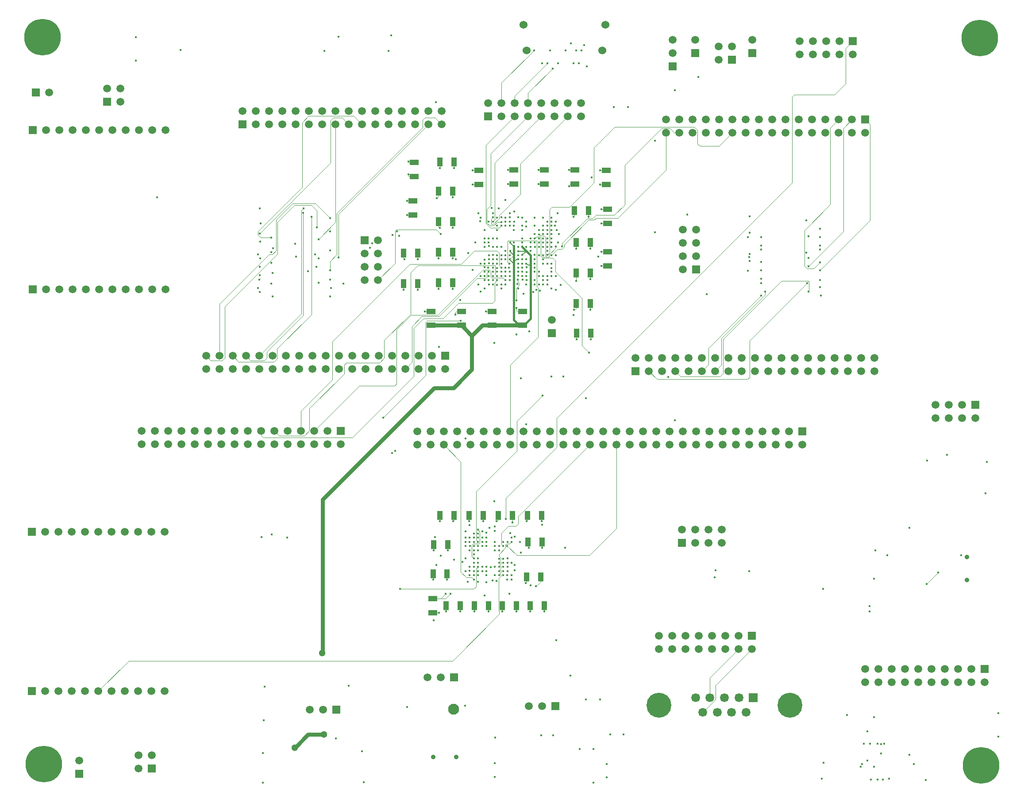
<source format=gbl>
%FSLAX44Y44*%
%MOMM*%
G71*
G01*
G75*
G04 Layer_Physical_Order=8*
G04 Layer_Color=16711680*
G04:AMPARAMS|DCode=10|XSize=3.5mm|YSize=2.05mm|CornerRadius=0.5125mm|HoleSize=0mm|Usage=FLASHONLY|Rotation=0.000|XOffset=0mm|YOffset=0mm|HoleType=Round|Shape=RoundedRectangle|*
%AMROUNDEDRECTD10*
21,1,3.5000,1.0250,0,0,0.0*
21,1,2.4750,2.0500,0,0,0.0*
1,1,1.0250,1.2375,-0.5125*
1,1,1.0250,-1.2375,-0.5125*
1,1,1.0250,-1.2375,0.5125*
1,1,1.0250,1.2375,0.5125*
%
%ADD10ROUNDEDRECTD10*%
G04:AMPARAMS|DCode=11|XSize=4mm|YSize=2.05mm|CornerRadius=0.5125mm|HoleSize=0mm|Usage=FLASHONLY|Rotation=0.000|XOffset=0mm|YOffset=0mm|HoleType=Round|Shape=RoundedRectangle|*
%AMROUNDEDRECTD11*
21,1,4.0000,1.0250,0,0,0.0*
21,1,2.9750,2.0500,0,0,0.0*
1,1,1.0250,1.4875,-0.5125*
1,1,1.0250,-1.4875,-0.5125*
1,1,1.0250,-1.4875,0.5125*
1,1,1.0250,1.4875,0.5125*
%
%ADD11ROUNDEDRECTD11*%
G04:AMPARAMS|DCode=12|XSize=3.5mm|YSize=2.05mm|CornerRadius=0.5125mm|HoleSize=0mm|Usage=FLASHONLY|Rotation=0.000|XOffset=0mm|YOffset=0mm|HoleType=Round|Shape=RoundedRectangle|*
%AMROUNDEDRECTD12*
21,1,3.5000,1.0250,0,0,0.0*
21,1,2.4750,2.0500,0,0,0.0*
1,1,1.0250,1.2375,-0.5125*
1,1,1.0250,-1.2375,-0.5125*
1,1,1.0250,-1.2375,0.5125*
1,1,1.0250,1.2375,0.5125*
%
%ADD12ROUNDEDRECTD12*%
G04:AMPARAMS|DCode=13|XSize=2.8mm|YSize=0.5mm|CornerRadius=0.125mm|HoleSize=0mm|Usage=FLASHONLY|Rotation=0.000|XOffset=0mm|YOffset=0mm|HoleType=Round|Shape=RoundedRectangle|*
%AMROUNDEDRECTD13*
21,1,2.8000,0.2500,0,0,0.0*
21,1,2.5500,0.5000,0,0,0.0*
1,1,0.2500,1.2750,-0.1250*
1,1,0.2500,-1.2750,-0.1250*
1,1,0.2500,-1.2750,0.1250*
1,1,0.2500,1.2750,0.1250*
%
%ADD13ROUNDEDRECTD13*%
%ADD14R,1.0000X0.7000*%
%ADD15R,0.8500X0.7000*%
%ADD16R,2.1000X1.4000*%
%ADD17R,1.1000X1.7000*%
%ADD18O,1.6000X0.5500*%
%ADD19R,1.1000X2.6000*%
%ADD20R,1.1000X0.6000*%
%ADD21O,0.4500X1.8000*%
%ADD22R,1.0000X2.1500*%
%ADD23R,3.2500X2.1500*%
%ADD24R,2.6000X1.2000*%
%ADD25R,1.2000X2.6000*%
%ADD26R,1.7000X1.1000*%
%ADD27R,0.9500X1.7000*%
%ADD28R,1.3000X1.9000*%
%ADD29C,0.4500*%
%ADD30R,2.6000X1.1000*%
%ADD31R,0.3000X1.9000*%
%ADD32C,0.3600*%
%ADD33R,1.0000X2.4000*%
%ADD34R,3.3000X2.4000*%
G04:AMPARAMS|DCode=35|XSize=3.5mm|YSize=2.05mm|CornerRadius=0.5125mm|HoleSize=0mm|Usage=FLASHONLY|Rotation=270.000|XOffset=0mm|YOffset=0mm|HoleType=Round|Shape=RoundedRectangle|*
%AMROUNDEDRECTD35*
21,1,3.5000,1.0250,0,0,270.0*
21,1,2.4750,2.0500,0,0,270.0*
1,1,1.0250,-0.5125,-1.2375*
1,1,1.0250,-0.5125,1.2375*
1,1,1.0250,0.5125,1.2375*
1,1,1.0250,0.5125,-1.2375*
%
%ADD35ROUNDEDRECTD35*%
G04:AMPARAMS|DCode=36|XSize=4mm|YSize=2.05mm|CornerRadius=0.5125mm|HoleSize=0mm|Usage=FLASHONLY|Rotation=270.000|XOffset=0mm|YOffset=0mm|HoleType=Round|Shape=RoundedRectangle|*
%AMROUNDEDRECTD36*
21,1,4.0000,1.0250,0,0,270.0*
21,1,2.9750,2.0500,0,0,270.0*
1,1,1.0250,-0.5125,-1.4875*
1,1,1.0250,-0.5125,1.4875*
1,1,1.0250,0.5125,1.4875*
1,1,1.0250,0.5125,-1.4875*
%
%ADD36ROUNDEDRECTD36*%
G04:AMPARAMS|DCode=37|XSize=3.5mm|YSize=2.05mm|CornerRadius=0.5125mm|HoleSize=0mm|Usage=FLASHONLY|Rotation=270.000|XOffset=0mm|YOffset=0mm|HoleType=Round|Shape=RoundedRectangle|*
%AMROUNDEDRECTD37*
21,1,3.5000,1.0250,0,0,270.0*
21,1,2.4750,2.0500,0,0,270.0*
1,1,1.0250,-0.5125,-1.2375*
1,1,1.0250,-0.5125,1.2375*
1,1,1.0250,0.5125,1.2375*
1,1,1.0250,0.5125,-1.2375*
%
%ADD37ROUNDEDRECTD37*%
G04:AMPARAMS|DCode=38|XSize=2.8mm|YSize=0.5mm|CornerRadius=0.125mm|HoleSize=0mm|Usage=FLASHONLY|Rotation=270.000|XOffset=0mm|YOffset=0mm|HoleType=Round|Shape=RoundedRectangle|*
%AMROUNDEDRECTD38*
21,1,2.8000,0.2500,0,0,270.0*
21,1,2.5500,0.5000,0,0,270.0*
1,1,0.2500,-0.1250,-1.2750*
1,1,0.2500,-0.1250,1.2750*
1,1,0.2500,0.1250,1.2750*
1,1,0.2500,0.1250,-1.2750*
%
%ADD38ROUNDEDRECTD38*%
%ADD39R,1.8000X2.0000*%
%ADD40R,3.0000X2.5000*%
%ADD41C,0.2000*%
%ADD42C,0.1000*%
%ADD43C,0.2540*%
%ADD44C,0.8000*%
%ADD45C,1.0000*%
%ADD46C,0.5000*%
%ADD47C,1.4000*%
%ADD48C,1.5000*%
%ADD49R,1.5000X1.5000*%
%ADD50C,0.9000*%
%ADD51C,4.7600*%
%ADD52R,1.6900X1.6900*%
%ADD53C,1.6900*%
%ADD54R,1.5000X1.5000*%
%ADD55C,1.5240*%
%ADD56C,0.4000*%
%ADD57C,7.0000*%
%ADD58C,1.3000*%
%ADD59C,2.1000*%
%ADD60C,1.0160*%
%ADD61C,1.4080*%
%ADD62C,1.4080*%
%ADD63C,3.7680*%
%ADD64C,1.5980*%
%ADD65C,1.8080*%
%ADD66C,0.7080*%
%ADD67C,5.5080*%
%ADD68C,2.1080*%
%ADD69C,0.4000*%
D17*
X1387420Y1123560D02*
D03*
X1414420D02*
D03*
X1321580Y1296280D02*
D03*
X1348580D02*
D03*
X1336350Y1240400D02*
D03*
X1309350D02*
D03*
X1332810Y1123560D02*
D03*
X1359810D02*
D03*
X1440760D02*
D03*
X1467760D02*
D03*
X1494100D02*
D03*
X1521100D02*
D03*
X1377460Y1296280D02*
D03*
X1404460D02*
D03*
X1433340D02*
D03*
X1460340D02*
D03*
X1489220D02*
D03*
X1516220D02*
D03*
X1489690Y1245480D02*
D03*
X1516690D02*
D03*
X1308080Y1184520D02*
D03*
X1335080D02*
D03*
X1487150Y1178170D02*
D03*
X1514150D02*
D03*
X1346010Y1916370D02*
D03*
X1319010D02*
D03*
X1346010Y1857950D02*
D03*
X1319010D02*
D03*
Y1799530D02*
D03*
X1346010D02*
D03*
X1319010Y1741110D02*
D03*
X1346010D02*
D03*
X1251700Y1739840D02*
D03*
X1278700D02*
D03*
X1251700Y1798260D02*
D03*
X1278700D02*
D03*
X1609700Y1644590D02*
D03*
X1582700D02*
D03*
X1321080Y1972250D02*
D03*
X1348080D02*
D03*
X1605890Y1879540D02*
D03*
X1578890D02*
D03*
X1581900Y1818580D02*
D03*
X1608900D02*
D03*
X1581900Y1760160D02*
D03*
X1608900D02*
D03*
X1581900Y1701740D02*
D03*
X1608900D02*
D03*
D26*
X1307610Y1137060D02*
D03*
Y1110060D02*
D03*
X1641920Y1773330D02*
D03*
Y1800330D02*
D03*
Y1881610D02*
D03*
Y1854610D02*
D03*
X1639380Y1956540D02*
D03*
Y1929540D02*
D03*
X1269810Y1898120D02*
D03*
Y1871120D02*
D03*
X1272350Y1971780D02*
D03*
Y1944780D02*
D03*
X1579690Y1930340D02*
D03*
Y1957340D02*
D03*
X1521270Y1930340D02*
D03*
Y1957340D02*
D03*
X1462850D02*
D03*
Y1930340D02*
D03*
X1395540Y1956540D02*
D03*
Y1929540D02*
D03*
X1479360Y1659830D02*
D03*
Y1686830D02*
D03*
X1420940Y1659830D02*
D03*
Y1686830D02*
D03*
X1362520D02*
D03*
Y1659830D02*
D03*
X1304100Y1686830D02*
D03*
Y1659830D02*
D03*
D41*
X1455597Y1801003D02*
Y1802096D01*
X1489700Y1775000D02*
X1494900D01*
X1486400Y1778300D02*
X1489700Y1775000D01*
X1484300Y1800200D02*
X1488700D01*
X1462600Y1811200D02*
X1463300D01*
X1455800Y1818000D02*
X1462600Y1811200D01*
X1478500Y1794400D02*
X1484300Y1800200D01*
X1454500Y1786200D02*
X1462494Y1778205D01*
X1468090Y1786590D02*
X1470880D01*
X1462600Y1781100D02*
X1468090Y1786590D01*
X1455597Y1801003D02*
X1462600Y1794000D01*
X1471300Y1801900D02*
X1487000D01*
D42*
X1546585Y1806173D02*
X1555022D01*
X1558700Y1809850D01*
Y1814651D01*
X1605361Y1861312D01*
X1555200Y1811300D02*
Y1816704D01*
X1602856Y1864360D01*
X1505000Y1161000D02*
X1506130D01*
X1514150Y1169020D01*
X1435529Y1201368D02*
X1437838Y1199060D01*
X1435352Y1185428D02*
X1437790Y1182990D01*
X1435352Y1185428D02*
Y1185556D01*
X1437838Y1188042D01*
X1435529Y1201368D02*
Y1201829D01*
X1437790Y1204090D01*
X1435380Y1209400D02*
X1437790Y1206990D01*
X1435590Y1193189D02*
X1437838Y1190942D01*
X1435590Y1193189D02*
Y1193913D01*
X1437838Y1196160D01*
X1435380Y1209400D02*
Y1209680D01*
X1437790Y1212090D01*
X1433760Y1176060D02*
X1437790Y1180090D01*
X1433760Y1114438D02*
Y1176060D01*
X1434900Y1217880D02*
X1437790Y1214990D01*
X1433760Y1114438D02*
X1434900Y1113299D01*
Y1106986D02*
Y1113299D01*
Y1217880D02*
Y1222048D01*
X1437790Y1212090D02*
Y1214990D01*
Y1204090D02*
Y1206990D01*
X1437838Y1196160D02*
Y1199060D01*
Y1188042D02*
Y1190942D01*
X1437790Y1180090D02*
Y1182990D01*
X1434900Y1222048D02*
X1446784Y1233932D01*
X1345692Y1017778D02*
X1434900Y1106986D01*
X1472997Y1737347D02*
Y1740246D01*
X1471638Y1735987D02*
X1472997Y1737347D01*
X1471638Y1735667D02*
Y1735987D01*
X1470597Y1742646D02*
X1472997Y1740246D01*
X1467668Y1731698D02*
X1471638Y1735667D01*
X1470597Y1742646D02*
Y1747397D01*
X1467668Y1708026D02*
Y1731698D01*
Y1708026D02*
X1467697Y1707997D01*
X1506982Y1733878D02*
Y1821942D01*
X1279144Y1774698D02*
X1426464D01*
X1426972Y1757426D02*
Y1774190D01*
X1426464Y1774698D02*
X1426972Y1774190D01*
X1480200Y1661160D02*
X1482344D01*
Y1659830D02*
Y1661160D01*
X1627880Y1927508D02*
X1629912Y1929540D01*
X1658620Y1271270D02*
Y1431290D01*
X1607058Y1219708D02*
X1658620Y1271270D01*
X1468120Y1219708D02*
X1607058D01*
X1450289Y1237539D02*
X1468120Y1219708D01*
X1510534Y1834134D02*
X1512062D01*
X1515364Y1830832D01*
X1521206D01*
X1523238Y1828800D01*
Y1792224D02*
Y1828800D01*
Y1792224D02*
X1524452Y1791010D01*
X1529136D01*
X1530350Y1792224D01*
Y1795018D01*
X1543304Y1807972D01*
Y1810512D01*
X1855470Y2002790D02*
X1880870Y2028190D01*
X1818640Y2002790D02*
X1855470D01*
X1813814Y2007616D02*
X1818640Y2002790D01*
X1813814Y2007616D02*
Y2033524D01*
X1808148Y2039190D02*
X1813814Y2033524D01*
X1655650Y2039190D02*
X1808148D01*
X1615948Y1999488D02*
X1655650Y2039190D01*
X1615948Y1932940D02*
Y1999488D01*
X1569466Y1886458D02*
X1615948Y1932940D01*
X1535684Y1886458D02*
X1569466D01*
X1530858Y1881632D02*
X1535684Y1886458D01*
X1530858Y1798574D02*
Y1881632D01*
X1526794Y1794510D02*
X1530858Y1798574D01*
X1212596Y1482852D02*
X1293876Y1564132D01*
Y1666240D01*
X1296416Y1668780D01*
X1361180D01*
X1426972Y1757426D02*
X1430020Y1754378D01*
X1265174Y1760728D02*
X1279144Y1774698D01*
X1265174Y1681734D02*
Y1760728D01*
X1214628Y1631188D02*
X1265174Y1681734D01*
X1214628Y1597152D02*
Y1631188D01*
X1205738Y1588262D02*
X1214628Y1597152D01*
X1141984Y1588262D02*
X1205738D01*
X1137920Y1584198D02*
X1141984Y1588262D01*
X1137920Y1566926D02*
Y1584198D01*
X1071626Y1500632D02*
X1137920Y1566926D01*
X1071626Y1458468D02*
Y1500632D01*
X1061974Y1448816D02*
X1071626Y1458468D01*
X1013714Y1448816D02*
X1061974D01*
X1004570Y1457960D02*
X1013714Y1448816D01*
X1080770Y1457960D02*
X1167130Y1544320D01*
X1234440D01*
X1238504Y1548384D01*
Y1651508D01*
X1266444Y1679448D01*
X1317244D01*
X1403604Y1765808D01*
X1416304D01*
X1418336Y1763776D01*
Y1752600D02*
Y1763776D01*
Y1752600D02*
X1420368Y1750568D01*
X1442466D01*
X1446717Y1746317D01*
X1409200Y2004830D02*
X1464310Y2059940D01*
X1409200Y1854700D02*
Y2004830D01*
Y1854700D02*
X1417320Y1846580D01*
X1434800D01*
X1438610Y1850390D01*
X1418590Y1988820D02*
X1489710Y2059940D01*
X1418590Y1889252D02*
Y1988820D01*
X1411200Y1881862D02*
X1418590Y1889252D01*
X1411200Y1855840D02*
Y1881862D01*
Y1855840D02*
X1416650Y1850390D01*
X1423670D01*
X1431036Y1857756D01*
X1438656D01*
X1489710Y2104394D02*
X1536950Y2151634D01*
X1489710Y2085340D02*
Y2104394D01*
X2026212Y1724914D02*
X2027682Y1726384D01*
Y1743456D01*
X2026412Y1744726D02*
X2027682Y1743456D01*
X1974596Y1744726D02*
X2026412D01*
X1862836Y1632966D02*
X1974596Y1744726D01*
X1862836Y1567942D02*
Y1632966D01*
X1857248Y1562354D02*
X1862836Y1567942D01*
X1781556Y1562354D02*
X1857248D01*
X1771650Y1572260D02*
X1781556Y1562354D01*
X1056188Y1879090D02*
X1060688Y1883590D01*
X1056188Y1682298D02*
Y1879090D01*
X975360Y1601470D02*
X1056188Y1682298D01*
X924560Y1601470D02*
X936244Y1589786D01*
X1003808D01*
X1009904Y1595882D01*
Y1614932D01*
X1075690Y1680718D01*
Y1867590D01*
X1083310Y1893062D02*
X1110996Y1865376D01*
X1039622Y1893062D02*
X1083310D01*
X1008126Y1861566D02*
X1039622Y1893062D01*
X1008126Y1802990D02*
Y1861566D01*
X1001162Y1796026D02*
X1008126Y1802990D01*
X994148Y1796026D02*
X1001162D01*
X899160Y1701038D02*
X994148Y1796026D01*
X899160Y1601470D02*
Y1701038D01*
X2068068Y2037588D02*
X2084070Y2053590D01*
X2068068Y1891030D02*
Y2037588D01*
X2018636Y1841597D02*
X2068068Y1891030D01*
X2018636Y1773839D02*
Y1841597D01*
Y1773839D02*
X2023618Y1768856D01*
X2036318D01*
X2048256Y1780794D01*
X1245108Y1155192D02*
X1385824D01*
X1390396Y1159764D01*
Y1193800D01*
X1394206Y1197610D01*
X1514150Y1169020D02*
Y1178170D01*
X1323242Y1137060D02*
X1332484Y1146302D01*
X1323242Y1137060D02*
X1332484D01*
X1341726Y1146302D01*
X1307610Y1137060D02*
X1323242D01*
X2097532Y2190242D02*
X2110740Y2203450D01*
X2097532Y2122678D02*
Y2190242D01*
X2076196Y2101342D02*
X2097532Y2122678D01*
X1999488Y2101342D02*
X2076196D01*
X1995170Y2097024D02*
X1999488Y2101342D01*
X1995170Y1932940D02*
Y2097024D01*
X1544320Y1482090D02*
X1995170Y1932940D01*
X1544320Y1426718D02*
Y1482090D01*
X1447038Y1329436D02*
X1544320Y1426718D01*
X1447038Y1289096D02*
Y1329436D01*
X1913890Y1630172D02*
X2024126Y1740408D01*
X1913890Y1560576D02*
Y1630172D01*
X1909826Y1556512D02*
X1913890Y1560576D01*
X1736598Y1556512D02*
X1909826D01*
X1720850Y1572260D02*
X1736598Y1556512D01*
X1438656Y1241298D02*
X1442466Y1237488D01*
X1438656Y1241298D02*
Y1262380D01*
X1452372Y1276096D01*
X1466596D01*
X1470660Y1280160D01*
Y1294130D01*
X1607820Y1431290D01*
X1455420Y1456690D02*
Y1583944D01*
X1509212Y1637736D01*
Y1731647D01*
X1506982Y1733878D02*
X1509212Y1731647D01*
X1506728Y1822196D02*
X1506982Y1821942D01*
X1452626Y1822196D02*
X1506728D01*
X1467860Y1688106D02*
Y1692926D01*
Y1688106D02*
X1469136Y1686830D01*
X1479360D01*
X1502664Y1826260D02*
X1506220Y1829816D01*
X1513332D01*
X1514348Y1828800D01*
Y1792224D02*
Y1828800D01*
Y1792224D02*
X1516380Y1790192D01*
X1520112D01*
X1521294Y1789010D01*
X1537374D01*
X1542288Y1784096D01*
Y1762760D02*
Y1784096D01*
Y1762760D02*
X1593088Y1711960D01*
Y1621282D02*
Y1711960D01*
Y1621282D02*
X1606804Y1607566D01*
X1534668Y1794256D02*
X1546585Y1806173D01*
X1605361Y1861312D02*
X1615948D01*
X1620012Y1865376D01*
X1661922D01*
X1753870Y1957324D01*
Y2028190D01*
X1770126D02*
X1779270D01*
X1761126Y2037190D02*
X1770126Y2028190D01*
X1744980Y2037190D02*
X1761126D01*
X1674876Y1967086D02*
X1744980Y2037190D01*
X1674876Y1890776D02*
Y1967086D01*
X1655064Y1870964D02*
X1674876Y1890776D01*
X1620266Y1870964D02*
X1655064D01*
X1613662Y1864360D02*
X1620266Y1870964D01*
X1602856Y1864360D02*
X1613662D01*
X1382522Y1217422D02*
X1386332Y1213612D01*
X1382522Y1217422D02*
Y1239520D01*
X1384554Y1241552D01*
X1395730D01*
X1397762Y1243584D01*
Y1265174D01*
X1393698Y1269238D02*
X1397762Y1265174D01*
X1468120Y1476248D02*
X1517650Y1525778D01*
X1468120Y1419606D02*
Y1476248D01*
X1390198Y1341684D02*
X1468120Y1419606D01*
X1390198Y1249624D02*
Y1341684D01*
Y1249624D02*
X1394206Y1245616D01*
X1489690Y1236012D02*
X1491722Y1233980D01*
X1489690Y1236012D02*
Y1245480D01*
X1568190Y1926276D02*
Y1927794D01*
X1570736Y1930340D01*
X1579690D01*
X2252730Y1164844D02*
X2274786Y1186900D01*
X1487188Y1284780D02*
X1489220Y1286812D01*
Y1296280D01*
X1382166Y1177544D02*
X1386230Y1173480D01*
X1371854Y1177544D02*
X1382166D01*
X1361242Y1188156D02*
X1371854Y1177544D01*
X1361242Y1188156D02*
Y1398468D01*
X1328420Y1431290D02*
X1361242Y1398468D01*
X1454912Y1242060D02*
X1458214Y1245362D01*
X1448816Y1242060D02*
X1454912D01*
X1446784Y1240028D02*
X1448816Y1242060D01*
X1446784Y1233932D02*
Y1240028D01*
X725558Y1017778D02*
X1345692D01*
X667900Y960120D02*
X725558Y1017778D01*
X1121410Y1857248D02*
Y2044700D01*
X1088898Y1824736D02*
X1121410Y1857248D01*
X1314450Y1843024D02*
X1323086Y1834388D01*
X1237488Y1843024D02*
X1314450D01*
X1235456Y1840992D02*
X1237488Y1843024D01*
X1235456Y1779016D02*
Y1840992D01*
X1202690Y1746250D02*
X1235456Y1779016D01*
X1351020Y1680734D02*
Y1684538D01*
X1353312Y1686830D01*
X1362520D01*
X1126998Y1872488D02*
X1299210Y2044700D01*
X1126998Y1789684D02*
Y1872488D01*
X1576858Y1868040D02*
X1578890Y1870072D01*
Y1879540D01*
X1480200Y1661160D02*
Y1662240D01*
X1479360Y1659830D02*
X1482344D01*
X1462532Y1794242D02*
Y1802384D01*
X949960Y1601470D02*
X959104Y1592326D01*
X985012D01*
X989838Y1597152D01*
Y1609344D01*
X1059688Y1679194D01*
Y1875590D01*
X1260850Y1945802D02*
Y1948844D01*
Y1945802D02*
X1261872Y1944780D01*
X1272350D01*
X1460340Y1282748D02*
Y1296280D01*
X1314946Y1902838D02*
X1319010Y1906902D01*
Y1916370D01*
X1311910Y2057400D02*
X1324610Y2044700D01*
X1292352Y2057400D02*
X1311910D01*
X1288034Y2053082D02*
X1292352Y2057400D01*
X1288034Y2038350D02*
Y2053082D01*
X1124204Y1874520D02*
X1288034Y2038350D01*
X1124204Y1795526D02*
Y1874520D01*
X1110996Y1782318D02*
X1124204Y1795526D01*
X1110996Y1765046D02*
Y1782318D01*
X1485118Y1166670D02*
X1487150Y1168702D01*
Y1178170D01*
X1822450Y1572260D02*
X1835150Y1584960D01*
Y1615768D01*
X1936242Y1716860D01*
X1943608Y1718818D02*
Y1724860D01*
X1859280Y1634490D02*
X1943608Y1718818D01*
X1859280Y1583690D02*
Y1634490D01*
X1847850Y1572260D02*
X1859280Y1583690D01*
X1260850Y1972802D02*
Y1973812D01*
Y1972802D02*
X1261872Y1971780D01*
X1272350D01*
X1319010Y1848482D02*
X1321042Y1846450D01*
X1319010Y1848482D02*
Y1857950D01*
X1085850Y1847526D02*
Y1879600D01*
X1075436Y1890014D02*
X1085850Y1879600D01*
X1042416Y1890014D02*
X1075436D01*
X1010158Y1857756D02*
X1042416Y1890014D01*
X1010158Y1796288D02*
Y1857756D01*
X909320Y1695450D02*
X1010158Y1796288D01*
X909320Y1597152D02*
Y1695450D01*
X904494Y1592326D02*
X909320Y1597152D01*
X882904Y1592326D02*
X904494D01*
X873760Y1601470D02*
X882904Y1592326D01*
X1410716Y1758950D02*
X1414066Y1762300D01*
X1410716Y1752854D02*
Y1758950D01*
X1408176Y1750314D02*
X1410716Y1752854D01*
X1392428Y1750314D02*
X1408176D01*
X1319157Y1677043D02*
X1392428Y1750314D01*
X1286645Y1677043D02*
X1319157D01*
X1267460Y1657858D02*
X1286645Y1677043D01*
X1267460Y1588770D02*
Y1657858D01*
X1254760Y1576070D02*
X1267460Y1588770D01*
X1055370Y1457960D02*
Y1496314D01*
X1115314Y1556258D01*
Y1628648D01*
X1263904Y1777238D01*
X1362202D01*
X1387348Y1802384D01*
X1430528D01*
X1434592Y1798320D01*
Y1774444D02*
Y1798320D01*
Y1774444D02*
X1438656Y1770380D01*
X979170Y1449578D02*
Y1457960D01*
Y1449578D02*
X983488Y1445260D01*
X1153160D01*
X1271016Y1563116D01*
Y1654302D01*
X1289812Y1673098D01*
X1327404D01*
X1356868Y1702562D01*
X1421892D01*
X1426210Y1706880D01*
Y1741678D01*
X1430782Y1746250D01*
X1346548Y1284780D02*
X1348580Y1286812D01*
Y1296280D01*
X1577836Y1690240D02*
X1579484D01*
X1581900Y1692656D01*
Y1701740D01*
X1429276Y1284780D02*
X1430528D01*
X1433340Y1287592D01*
Y1296280D01*
X976884Y1835658D02*
X1112266Y1971040D01*
Y2052320D01*
X1117346Y2057400D01*
X1134110D01*
X1146810Y2044700D01*
X978662Y1827530D02*
X998922D01*
X973328Y1832864D02*
X978662Y1827530D01*
X973328Y1832864D02*
Y1839976D01*
X1057910Y1924558D01*
Y2048256D01*
X1070102Y2060448D01*
X1156462D01*
X1172210Y2044700D01*
X2093214Y2037334D02*
X2109470Y2053590D01*
X2093214Y1839976D02*
Y2037334D01*
X2026158Y1772920D02*
X2093214Y1839976D01*
X2048256Y1764792D02*
X2144014Y1860550D01*
Y2044446D01*
X2134870Y2053590D02*
X2144014Y2044446D01*
X1438910Y2085340D02*
Y2123948D01*
X1501140Y2186178D01*
X1464310Y2085340D02*
Y2098646D01*
X1526950Y2161286D01*
X1422654Y1858264D02*
X1426210Y1861820D01*
Y1971040D01*
X1515110Y2059940D01*
X1419098Y1863090D02*
X1422504Y1866496D01*
X1419098Y1854200D02*
Y1863090D01*
Y1854200D02*
X1420114Y1853184D01*
X1423162D01*
X1434592Y1864614D01*
Y1870456D01*
X1475232Y1911096D01*
Y1969262D01*
X1565910Y2059940D01*
X1251700Y1788792D02*
X1253732Y1786760D01*
X1251700Y1788792D02*
Y1798260D01*
X1627880Y1927508D02*
Y1929540D01*
X1629912D02*
X1639380D01*
X1581900Y1744596D02*
Y1760160D01*
X1824080Y919000D02*
X1848866Y943786D01*
Y971296D01*
X1917700Y1040130D01*
X1837930Y985760D02*
X1892300Y1040130D01*
X1837930Y947400D02*
Y985760D01*
X1332810Y1112060D02*
Y1123560D01*
X1308080Y1173020D02*
Y1184520D01*
X1309350Y1228900D02*
Y1240400D01*
X1387420Y1112060D02*
Y1123560D01*
X1321580Y1284780D02*
Y1296280D01*
X1440760Y1112060D02*
Y1123560D01*
X1377460Y1284780D02*
Y1296280D01*
X1494100Y1112060D02*
Y1123560D01*
X1278700Y1728340D02*
Y1739840D01*
X1319010Y1729610D02*
Y1741110D01*
X1278700Y1786760D02*
Y1798260D01*
X1319010Y1788030D02*
Y1799530D01*
X1258310Y1871120D02*
X1269810D01*
X1609700Y1633090D02*
Y1644590D01*
X1608900Y1690240D02*
Y1701740D01*
X1321080Y1960750D02*
Y1972250D01*
X1608900Y1748660D02*
Y1760160D01*
X1384040Y1956540D02*
X1395540D01*
X1608900Y1807080D02*
Y1818580D01*
X1451350Y1957340D02*
X1462850D01*
X1630420Y1800330D02*
X1641920D01*
X1605890Y1868040D02*
Y1879540D01*
X1509770Y1957340D02*
X1521270D01*
X1630420Y1854610D02*
X1641920D01*
X1568190Y1957340D02*
X1579690D01*
X1627880Y1956540D02*
X1639380D01*
X1307610Y1110060D02*
X1319110D01*
X1359810Y1112060D02*
Y1123560D01*
X1335080Y1173020D02*
Y1184520D01*
X1336350Y1228900D02*
Y1240400D01*
X1414420Y1112060D02*
Y1123560D01*
X1467760Y1112060D02*
Y1123560D01*
X1404460Y1284780D02*
Y1296280D01*
X1521100Y1112060D02*
Y1123560D01*
X1516690Y1233980D02*
Y1245480D01*
X1516220Y1284780D02*
Y1296280D01*
X1292600Y1686830D02*
X1304100D01*
X1251700Y1728340D02*
Y1739840D01*
X1346010Y1729610D02*
Y1741110D01*
X1409440Y1686830D02*
X1420940D01*
X1346010Y1788030D02*
Y1799530D01*
X1258310Y1898120D02*
X1269810D01*
X1346010Y1846450D02*
Y1857950D01*
X1582700Y1633090D02*
Y1644590D01*
X1346010Y1904870D02*
Y1916370D01*
X1384040Y1929540D02*
X1395540D01*
X1348080Y1960750D02*
Y1972250D01*
X1581900Y1807080D02*
Y1818580D01*
X1451350Y1930340D02*
X1462850D01*
X1630420Y1773330D02*
X1641920D01*
X1509770Y1930340D02*
X1521270D01*
X1630420Y1881610D02*
X1641920D01*
X1454780Y1786490D02*
X1462532Y1794242D01*
X1451102Y1820672D02*
X1452626Y1822196D01*
X1451102Y1780794D02*
X1453896Y1778000D01*
X1451102Y1780794D02*
Y1820672D01*
D44*
X1425440Y1660130D02*
X1482230D01*
X1402080Y1659830D02*
X1425440Y1660130D01*
X1069000Y876800D02*
X1100800D01*
X1382300Y1640050D02*
X1402080Y1659830D01*
X1382300Y1575400D02*
Y1640050D01*
X1362520Y1659830D02*
X1382300Y1640050D01*
X1304100Y1659830D02*
X1362520D01*
X1347200Y1540300D02*
X1382300Y1575400D01*
X1310000Y1540300D02*
X1347200D01*
X1096500Y1326800D02*
X1310000Y1540300D01*
X1096500Y1033400D02*
Y1326800D01*
X1044000Y851800D02*
X1069000Y876800D01*
D48*
X873760Y1576070D02*
D03*
Y1601470D02*
D03*
X899160Y1576070D02*
D03*
Y1601470D02*
D03*
X924560Y1576070D02*
D03*
Y1601470D02*
D03*
X949960Y1576070D02*
D03*
Y1601470D02*
D03*
X975360Y1576070D02*
D03*
Y1601470D02*
D03*
X1000760Y1576070D02*
D03*
Y1601470D02*
D03*
X1026160Y1576070D02*
D03*
Y1601470D02*
D03*
X1051560Y1576070D02*
D03*
Y1601470D02*
D03*
X1076960Y1576070D02*
D03*
Y1601470D02*
D03*
X1102360Y1576070D02*
D03*
Y1601470D02*
D03*
X1127760Y1576070D02*
D03*
Y1601470D02*
D03*
X1153160Y1576070D02*
D03*
Y1601470D02*
D03*
X1178560Y1576070D02*
D03*
Y1601470D02*
D03*
X1203960Y1576070D02*
D03*
Y1601470D02*
D03*
X1229360Y1576070D02*
D03*
Y1601470D02*
D03*
X1254760Y1576070D02*
D03*
Y1601470D02*
D03*
X1280160Y1576070D02*
D03*
Y1601470D02*
D03*
X1305560Y1576070D02*
D03*
Y1601470D02*
D03*
X1330960Y1576070D02*
D03*
X1202690Y1746250D02*
D03*
X1177290D02*
D03*
X1202690Y1771650D02*
D03*
X1177290D02*
D03*
X1202690Y1797050D02*
D03*
X1177290D02*
D03*
X1202690Y1822450D02*
D03*
X1785620Y1842770D02*
D03*
X1811020D02*
D03*
X1785620Y1817370D02*
D03*
X1811020D02*
D03*
X1785620Y1791970D02*
D03*
X1811020D02*
D03*
X1785620Y1766570D02*
D03*
X573700Y2105200D02*
D03*
X568000Y1728600D02*
D03*
X593400D02*
D03*
X618800D02*
D03*
X644200D02*
D03*
X669600D02*
D03*
X695000D02*
D03*
X720400D02*
D03*
X745800D02*
D03*
X771200D02*
D03*
X796600D02*
D03*
X567800Y2033600D02*
D03*
X593200D02*
D03*
X618600D02*
D03*
X644000D02*
D03*
X669400D02*
D03*
X694800D02*
D03*
X720200D02*
D03*
X745600D02*
D03*
X771000D02*
D03*
X796400D02*
D03*
X709700Y2113000D02*
D03*
Y2087600D02*
D03*
X684300Y2113000D02*
D03*
X1379220Y1456690D02*
D03*
Y1431290D02*
D03*
X1353820Y1456690D02*
D03*
Y1431290D02*
D03*
X1328420Y1456690D02*
D03*
Y1431290D02*
D03*
X1303020Y1456690D02*
D03*
Y1431290D02*
D03*
X1277620Y1456690D02*
D03*
Y1431290D02*
D03*
X2014220D02*
D03*
X1988820Y1456690D02*
D03*
Y1431290D02*
D03*
X1963420Y1456690D02*
D03*
Y1431290D02*
D03*
X1938020Y1456690D02*
D03*
Y1431290D02*
D03*
X1912620Y1456690D02*
D03*
Y1431290D02*
D03*
X1887220Y1456690D02*
D03*
Y1431290D02*
D03*
X1861820Y1456690D02*
D03*
Y1431290D02*
D03*
X1836420Y1456690D02*
D03*
Y1431290D02*
D03*
X1811020Y1456690D02*
D03*
Y1431290D02*
D03*
X1785620Y1456690D02*
D03*
Y1431290D02*
D03*
X1760220Y1456690D02*
D03*
Y1431290D02*
D03*
X1734820Y1456690D02*
D03*
Y1431290D02*
D03*
X1709420Y1456690D02*
D03*
Y1431290D02*
D03*
X1684020Y1456690D02*
D03*
Y1431290D02*
D03*
X1658620Y1456690D02*
D03*
Y1431290D02*
D03*
X1633220Y1456690D02*
D03*
Y1431290D02*
D03*
X1607820Y1456690D02*
D03*
Y1431290D02*
D03*
X1582420Y1456690D02*
D03*
Y1431290D02*
D03*
X1557020Y1456690D02*
D03*
Y1431290D02*
D03*
X1531620Y1456690D02*
D03*
Y1431290D02*
D03*
X1506220Y1456690D02*
D03*
Y1431290D02*
D03*
X1480820Y1456690D02*
D03*
Y1431290D02*
D03*
X1455420Y1456690D02*
D03*
Y1431290D02*
D03*
X1430020Y1456690D02*
D03*
Y1431290D02*
D03*
X1404620Y1456690D02*
D03*
Y1431290D02*
D03*
X566300Y960120D02*
D03*
X591700D02*
D03*
X617100D02*
D03*
X642500D02*
D03*
X667900D02*
D03*
X693300D02*
D03*
X718700D02*
D03*
X744100D02*
D03*
X769500D02*
D03*
X794900D02*
D03*
X566300Y1265100D02*
D03*
X591700D02*
D03*
X617100D02*
D03*
X642500D02*
D03*
X667900D02*
D03*
X693300D02*
D03*
X718700D02*
D03*
X744100D02*
D03*
X769500D02*
D03*
X794900D02*
D03*
X744220Y836930D02*
D03*
X769620D02*
D03*
X744220Y811530D02*
D03*
X631190Y826770D02*
D03*
X1324610Y2070100D02*
D03*
Y2044700D02*
D03*
X1299210Y2070100D02*
D03*
Y2044700D02*
D03*
X1273810Y2070100D02*
D03*
Y2044700D02*
D03*
X1248410Y2070100D02*
D03*
Y2044700D02*
D03*
X1223010Y2070100D02*
D03*
Y2044700D02*
D03*
X1197610Y2070100D02*
D03*
Y2044700D02*
D03*
X1172210Y2070100D02*
D03*
Y2044700D02*
D03*
X1146810Y2070100D02*
D03*
Y2044700D02*
D03*
X1121410Y2070100D02*
D03*
Y2044700D02*
D03*
X1096010Y2070100D02*
D03*
Y2044700D02*
D03*
X1070610Y2070100D02*
D03*
Y2044700D02*
D03*
X1045210Y2070100D02*
D03*
Y2044700D02*
D03*
X1019810Y2070100D02*
D03*
Y2044700D02*
D03*
X994410Y2070100D02*
D03*
Y2044700D02*
D03*
X969010Y2070100D02*
D03*
Y2044700D02*
D03*
X943610Y2070100D02*
D03*
X1753870Y2028190D02*
D03*
Y2053590D02*
D03*
X1779270Y2028190D02*
D03*
Y2053590D02*
D03*
X1804670Y2028190D02*
D03*
Y2053590D02*
D03*
X1830070Y2028190D02*
D03*
Y2053590D02*
D03*
X1855470Y2028190D02*
D03*
Y2053590D02*
D03*
X1880870Y2028190D02*
D03*
Y2053590D02*
D03*
X1906270Y2028190D02*
D03*
Y2053590D02*
D03*
X1931670Y2028190D02*
D03*
Y2053590D02*
D03*
X1957070Y2028190D02*
D03*
Y2053590D02*
D03*
X1982470Y2028190D02*
D03*
Y2053590D02*
D03*
X2007870Y2028190D02*
D03*
Y2053590D02*
D03*
X2033270Y2028190D02*
D03*
Y2053590D02*
D03*
X2058670Y2028190D02*
D03*
Y2053590D02*
D03*
X2084070Y2028190D02*
D03*
Y2053590D02*
D03*
X2109470Y2028190D02*
D03*
Y2053590D02*
D03*
X2134870Y2028190D02*
D03*
X2152650Y1597660D02*
D03*
Y1572260D02*
D03*
X2127250Y1597660D02*
D03*
Y1572260D02*
D03*
X2101850Y1597660D02*
D03*
Y1572260D02*
D03*
X2076450Y1597660D02*
D03*
Y1572260D02*
D03*
X2051050Y1597660D02*
D03*
Y1572260D02*
D03*
X2025650Y1597660D02*
D03*
Y1572260D02*
D03*
X2000250Y1597660D02*
D03*
Y1572260D02*
D03*
X1974850Y1597660D02*
D03*
Y1572260D02*
D03*
X1949450Y1597660D02*
D03*
Y1572260D02*
D03*
X1924050Y1597660D02*
D03*
Y1572260D02*
D03*
X1898650Y1597660D02*
D03*
Y1572260D02*
D03*
X1873250Y1597660D02*
D03*
Y1572260D02*
D03*
X1847850Y1597660D02*
D03*
Y1572260D02*
D03*
X1822450Y1597660D02*
D03*
Y1572260D02*
D03*
X1797050Y1597660D02*
D03*
Y1572260D02*
D03*
X1771650Y1597660D02*
D03*
Y1572260D02*
D03*
X1746250Y1597660D02*
D03*
Y1572260D02*
D03*
X1720850Y1597660D02*
D03*
Y1572260D02*
D03*
X1695450Y1597660D02*
D03*
X1917700Y1040130D02*
D03*
X1892300Y1065530D02*
D03*
Y1040130D02*
D03*
X1866900Y1065530D02*
D03*
Y1040130D02*
D03*
X1841500Y1065530D02*
D03*
Y1040130D02*
D03*
X1816100Y1065530D02*
D03*
Y1040130D02*
D03*
X1790700Y1065530D02*
D03*
Y1040130D02*
D03*
X1765300Y1065530D02*
D03*
Y1040130D02*
D03*
X1739900Y1065530D02*
D03*
Y1040130D02*
D03*
X1517100Y931000D02*
D03*
X1491700D02*
D03*
X1323100Y986000D02*
D03*
X1297700D02*
D03*
X1098000Y924400D02*
D03*
X1072600D02*
D03*
X1860550Y1268730D02*
D03*
Y1243330D02*
D03*
X1835150Y1268730D02*
D03*
Y1243330D02*
D03*
X1809750Y1268730D02*
D03*
Y1243330D02*
D03*
X1784350Y1268730D02*
D03*
X2363470Y976630D02*
D03*
X2338070Y1002030D02*
D03*
Y976630D02*
D03*
X2312670Y1002030D02*
D03*
Y976630D02*
D03*
X2287270Y1002030D02*
D03*
Y976630D02*
D03*
X2261870Y1002030D02*
D03*
Y976630D02*
D03*
X2236470Y1002030D02*
D03*
Y976630D02*
D03*
X2211070Y1002030D02*
D03*
Y976630D02*
D03*
X2185670Y1002030D02*
D03*
Y976630D02*
D03*
X2160270Y1002030D02*
D03*
Y976630D02*
D03*
X2134870Y1002030D02*
D03*
Y976630D02*
D03*
X2009140Y2178050D02*
D03*
Y2203450D02*
D03*
X2034540Y2178050D02*
D03*
Y2203450D02*
D03*
X2059940Y2178050D02*
D03*
Y2203450D02*
D03*
X2085340Y2178050D02*
D03*
Y2203450D02*
D03*
X2110740Y2178050D02*
D03*
X1413510Y2085340D02*
D03*
X1438910Y2059940D02*
D03*
Y2085340D02*
D03*
X1464310Y2059940D02*
D03*
Y2085340D02*
D03*
X1489710Y2059940D02*
D03*
Y2085340D02*
D03*
X1515110Y2059940D02*
D03*
Y2085340D02*
D03*
X1540510Y2059940D02*
D03*
Y2085340D02*
D03*
X1565910Y2059940D02*
D03*
Y2085340D02*
D03*
X1591310Y2059940D02*
D03*
Y2085340D02*
D03*
X1918970Y2205990D02*
D03*
X1854200Y2193290D02*
D03*
X1879600D02*
D03*
X1854200Y2167890D02*
D03*
X1809750Y2205990D02*
D03*
X1766570Y2180590D02*
D03*
Y2205990D02*
D03*
X1535240Y1669990D02*
D03*
X2269490Y1482090D02*
D03*
Y1507490D02*
D03*
X2294890Y1482090D02*
D03*
Y1507490D02*
D03*
X2320290Y1482090D02*
D03*
Y1507490D02*
D03*
X2345690Y1482090D02*
D03*
X750570Y1432560D02*
D03*
Y1457960D02*
D03*
X775970Y1432560D02*
D03*
Y1457960D02*
D03*
X801370Y1432560D02*
D03*
Y1457960D02*
D03*
X826770Y1432560D02*
D03*
Y1457960D02*
D03*
X852170Y1432560D02*
D03*
Y1457960D02*
D03*
X877570Y1432560D02*
D03*
Y1457960D02*
D03*
X902970Y1432560D02*
D03*
Y1457960D02*
D03*
X928370Y1432560D02*
D03*
Y1457960D02*
D03*
X953770Y1432560D02*
D03*
Y1457960D02*
D03*
X979170Y1432560D02*
D03*
Y1457960D02*
D03*
X1004570Y1432560D02*
D03*
Y1457960D02*
D03*
X1029970Y1432560D02*
D03*
Y1457960D02*
D03*
X1055370Y1432560D02*
D03*
Y1457960D02*
D03*
X1080770Y1432560D02*
D03*
Y1457960D02*
D03*
X1106170Y1432560D02*
D03*
Y1457960D02*
D03*
X1131570Y1432560D02*
D03*
D49*
X1330960Y1601470D02*
D03*
X548300Y2105200D02*
D03*
X542600Y1728600D02*
D03*
X542400Y2033600D02*
D03*
X684300Y2087600D02*
D03*
X2014220Y1456690D02*
D03*
X540900Y960120D02*
D03*
Y1265100D02*
D03*
X943610Y2044700D02*
D03*
X2134870Y2053590D02*
D03*
X1695450Y1572260D02*
D03*
X1917700Y1065530D02*
D03*
X1542500Y931000D02*
D03*
X1348500Y986000D02*
D03*
X1123400Y924400D02*
D03*
X1784350Y1243330D02*
D03*
X2363470Y1002030D02*
D03*
X2110740Y2203450D02*
D03*
X1413510Y2059940D02*
D03*
X2345690Y1507490D02*
D03*
X1131570Y1457960D02*
D03*
D50*
X2329950Y1172900D02*
D03*
Y1216900D02*
D03*
X1308450Y834000D02*
D03*
X1352450D02*
D03*
D51*
X1740680Y933200D02*
D03*
X1990580D02*
D03*
D52*
X1921030Y947400D02*
D03*
D53*
X1907180Y919000D02*
D03*
X1893330Y947400D02*
D03*
X1879480Y919000D02*
D03*
X1865630Y947400D02*
D03*
X1851780Y919000D02*
D03*
X1837930Y947400D02*
D03*
X1824080Y919000D02*
D03*
X1810230Y947400D02*
D03*
D54*
X1177290Y1822450D02*
D03*
X1811020Y1766570D02*
D03*
X769620Y811530D02*
D03*
X631190Y801370D02*
D03*
X1918970Y2180590D02*
D03*
X1879600Y2167890D02*
D03*
X1809750Y2180590D02*
D03*
X1766570Y2155190D02*
D03*
X1535240Y1644590D02*
D03*
D55*
X1631950Y2185670D02*
D03*
X1486950D02*
D03*
X1637950Y2234670D02*
D03*
X1480950D02*
D03*
D56*
X1455597Y1802096D02*
D03*
X1910600Y1828800D02*
D03*
X1913100Y1790300D02*
D03*
X1243700Y1831100D02*
D03*
X1555200Y1811300D02*
D03*
X1500000Y1723700D02*
D03*
X1505000Y1161000D02*
D03*
X1494500Y1162200D02*
D03*
X1429400Y1170900D02*
D03*
X1470597Y1747397D02*
D03*
X1479296Y1747012D02*
D03*
X1469497Y1738797D02*
D03*
X1467697Y1707997D02*
D03*
X1502497Y1762500D02*
D03*
X1487102Y1770702D02*
D03*
X1486916Y1761744D02*
D03*
X1487291Y1746891D02*
D03*
X1478788Y1754212D02*
D03*
X1470700Y1762300D02*
D03*
X1478700D02*
D03*
X1478788Y1770126D02*
D03*
Y1778254D02*
D03*
X1470660Y1754886D02*
D03*
X1502700Y1770300D02*
D03*
X1502664Y1778254D02*
D03*
X1486700Y1738300D02*
D03*
Y1754300D02*
D03*
X1502664Y1746250D02*
D03*
X1471168Y1730248D02*
D03*
X1502664Y1738376D02*
D03*
X1510700Y1738300D02*
D03*
X1505712Y1728216D02*
D03*
X1470700Y1770300D02*
D03*
X1510700Y1762300D02*
D03*
Y1754300D02*
D03*
X1486400Y1778300D02*
D03*
X1430782Y1778254D02*
D03*
X1384030Y1766300D02*
D03*
X1406700Y1778300D02*
D03*
X1414780Y1778380D02*
D03*
X1406652Y1771142D02*
D03*
X1413764Y1770380D02*
D03*
X1422654D02*
D03*
X1422700Y1778300D02*
D03*
X1422782Y1786382D02*
D03*
X1430782Y1769618D02*
D03*
X1394206Y1189624D02*
D03*
X1386078Y1181608D02*
D03*
X1458280Y1205550D02*
D03*
X1450289Y1237539D02*
D03*
X1370330Y1213612D02*
D03*
X1364742Y1207008D02*
D03*
X1848612Y1190752D02*
D03*
X1314196Y1201166D02*
D03*
X1518666Y1746250D02*
D03*
X1526794Y1738376D02*
D03*
X1410208Y1237488D02*
D03*
X1542664Y1858264D02*
D03*
X1510534Y1834134D02*
D03*
X1543304Y1810512D02*
D03*
X1541526Y1850390D02*
D03*
X1494790Y1818386D02*
D03*
X1526601Y1842201D02*
D03*
X1544694Y1842262D02*
D03*
X1548892Y1834388D02*
D03*
X1502664Y1818386D02*
D03*
X1510792D02*
D03*
X1526790Y1818390D02*
D03*
X1732800Y2013272D02*
D03*
X1611376Y1943100D02*
D03*
X1503172Y1810258D02*
D03*
X1552194Y1737614D02*
D03*
X1518666Y1794256D02*
D03*
X1526794Y1794510D02*
D03*
X1546860Y1818386D02*
D03*
X1394206Y1253624D02*
D03*
X1394714Y1738376D02*
D03*
X1406652Y1746252D02*
D03*
X1360550Y1708150D02*
D03*
X1406652Y1762252D02*
D03*
X1398778Y1778254D02*
D03*
X1406652Y1785366D02*
D03*
X1351534Y1786382D02*
D03*
X1375664Y1798300D02*
D03*
X1414780Y1786382D02*
D03*
X1043940Y1815592D02*
D03*
X1414780Y1811528D02*
D03*
X1406652Y1818386D02*
D03*
X1313434Y2086864D02*
D03*
X1388872Y1818386D02*
D03*
X1430782Y1786382D02*
D03*
X1414697Y1818303D02*
D03*
X1394206Y1261618D02*
D03*
X979678Y1254252D02*
D03*
X1386078Y1245616D02*
D03*
X1370330Y1237488D02*
D03*
X1386216Y1229614D02*
D03*
X1378204D02*
D03*
X1454658Y1746250D02*
D03*
X1454718Y1754318D02*
D03*
X1486408Y1470152D02*
D03*
X1600200Y1520190D02*
D03*
X1414780Y1738380D02*
D03*
X1212596Y1482852D02*
D03*
X1361180Y1668780D02*
D03*
X1422652Y1746252D02*
D03*
X1414650Y1746250D02*
D03*
X1414271Y1753871D02*
D03*
X1430020Y1754378D02*
D03*
X1446717Y1746317D02*
D03*
X1438656Y1730248D02*
D03*
X1624584Y1791208D02*
D03*
X1534668Y1769364D02*
D03*
X1223264Y2184870D02*
D03*
X1534652Y1762252D02*
D03*
X1100328Y2184870D02*
D03*
X1433576Y1883390D02*
D03*
X1454658Y1874266D02*
D03*
X1045972Y1791208D02*
D03*
X1462698Y1850302D02*
D03*
X1470792Y1866392D02*
D03*
X1486662Y1849374D02*
D03*
X1463294Y1858264D02*
D03*
X1438656Y1866392D02*
D03*
X1454610Y1850390D02*
D03*
X1454658Y1858264D02*
D03*
Y1866392D02*
D03*
X1402334Y1253490D02*
D03*
X1422654Y1874266D02*
D03*
X1438610Y1850390D02*
D03*
X1438656Y1857756D02*
D03*
X1536950Y2151634D02*
D03*
X1136904Y1739590D02*
D03*
X2048256Y1732788D02*
D03*
X2026212Y1724914D02*
D03*
X1110996Y1715590D02*
D03*
X1001014D02*
D03*
X973328Y1731590D02*
D03*
X1914144Y1868860D02*
D03*
X1060688Y1883590D02*
D03*
X1075690Y1867590D02*
D03*
X2022602Y1860860D02*
D03*
X1110996Y1865376D02*
D03*
X1068832Y1763590D02*
D03*
X2048256Y1780794D02*
D03*
X2026158Y1788922D02*
D03*
X1088898Y1787652D02*
D03*
X1936242Y1828860D02*
D03*
X1001911Y1807464D02*
D03*
X1239012Y1839468D02*
D03*
X977132Y1787652D02*
D03*
X1191514Y1816608D02*
D03*
X998982Y1779524D02*
D03*
X1914144Y1782572D02*
D03*
X976884Y1755648D02*
D03*
X975360Y1747590D02*
D03*
X1110996Y1839722D02*
D03*
X1442212Y1189482D02*
D03*
X1458214Y1181616D02*
D03*
X1458350Y1173480D02*
D03*
X2291880Y1412494D02*
D03*
X1410379Y1167975D02*
D03*
X1386332Y1197582D02*
D03*
X1450340Y1213612D02*
D03*
X1476502Y1225296D02*
D03*
X1464190Y1201540D02*
D03*
X1374166Y1169416D02*
D03*
X1426210Y1275334D02*
D03*
X1245108Y1155192D02*
D03*
X1394206Y1197610D02*
D03*
X1402334Y1189584D02*
D03*
X1410232Y1189458D02*
D03*
X1386332Y1237488D02*
D03*
X1450340Y1197610D02*
D03*
X1323086Y1219454D02*
D03*
X1596950Y2195830D02*
D03*
X1601950Y2155190D02*
D03*
X1434338Y1237488D02*
D03*
X1442466Y1245362D02*
D03*
X1410208Y1181608D02*
D03*
X1332484Y1146302D02*
D03*
X2054098Y1155700D02*
D03*
X1454150Y1146302D02*
D03*
X1456182Y1262634D02*
D03*
X1341726Y1146302D02*
D03*
X1426464Y1266698D02*
D03*
X1770378Y2109978D02*
D03*
X1815769Y2135124D02*
D03*
X1398228Y1858772D02*
D03*
X780034Y1905000D02*
D03*
X1518666Y1850390D02*
D03*
X1447038Y1289096D02*
D03*
X2143506Y1122680D02*
D03*
X1474216Y1245362D02*
D03*
X1464310Y1255268D02*
D03*
X2143506Y1112770D02*
D03*
X2168398Y790956D02*
D03*
X2171590Y859028D02*
D03*
X2152090Y910082D02*
D03*
X2165090Y858526D02*
D03*
X2158492Y859126D02*
D03*
X1771142Y1477858D02*
D03*
X1406290Y1142746D02*
D03*
X1410208Y1263396D02*
D03*
X1516380Y1278636D02*
D03*
X1467866Y1642364D02*
D03*
X1426210Y1229614D02*
D03*
X1570990Y989330D02*
D03*
X1434338Y1229614D02*
D03*
X1425702Y1323594D02*
D03*
X1434338Y1189492D02*
D03*
X1415796Y1272032D02*
D03*
X1402334Y1197610D02*
D03*
X2024126Y1740408D02*
D03*
X1378204Y1181608D02*
D03*
X1510744Y1794256D02*
D03*
X1394206Y1213612D02*
D03*
X1442466Y1237488D02*
D03*
X1453642Y1770380D02*
D03*
X1394206Y1229614D02*
D03*
X1453896Y1778000D02*
D03*
X1446782Y1770382D02*
D03*
X1422656Y1794776D02*
D03*
X1494790Y1802384D02*
D03*
X1386236Y1221486D02*
D03*
X1467860Y1692926D02*
D03*
X1370076Y1443482D02*
D03*
X1518666Y1818386D02*
D03*
X1526794Y1810258D02*
D03*
X1794510Y1871726D02*
D03*
X1502664Y1826260D02*
D03*
X1606804Y1607566D02*
D03*
X1534668Y1794256D02*
D03*
X1410208Y1245616D02*
D03*
X1418336Y1197494D02*
D03*
X1402334Y1265560D02*
D03*
X1386332Y1213612D02*
D03*
X1393698Y1269238D02*
D03*
X1517650Y1525778D02*
D03*
X1394206Y1245616D02*
D03*
X1491722Y1233980D02*
D03*
X1502062Y1794617D02*
D03*
X1526794Y1834388D02*
D03*
X1758188Y1560830D02*
D03*
X1577044Y1679956D02*
D03*
X1534668Y1850390D02*
D03*
X1502618Y1786382D02*
D03*
X1568190Y1926276D02*
D03*
X1526790Y1850390D02*
D03*
X1510792Y1826260D02*
D03*
X1512824Y1726184D02*
D03*
X2139090Y882904D02*
D03*
X2274786Y1186900D02*
D03*
X2252730Y1164844D02*
D03*
X2318258Y1219962D02*
D03*
X2177130D02*
D03*
X1487188Y1284780D02*
D03*
X1370330Y1189482D02*
D03*
X1846580Y1177544D02*
D03*
X1450340Y1245616D02*
D03*
X2152142Y814832D02*
D03*
X2129320Y820420D02*
D03*
X1348232Y1211072D02*
D03*
X1464307Y1191511D02*
D03*
X1450340Y1189482D02*
D03*
X1402334Y1245616D02*
D03*
X1422226Y1171508D02*
D03*
X1434338Y1197610D02*
D03*
X1378458Y1237488D02*
D03*
X1442212Y1197610D02*
D03*
X1386230Y1173480D02*
D03*
X2253450Y1401280D02*
D03*
X1386332Y1189482D02*
D03*
X1378204Y1189901D02*
D03*
X1394290Y1169476D02*
D03*
X1458214Y1245362D02*
D03*
X1378204Y1197610D02*
D03*
X1912620Y1189736D02*
D03*
X2048256Y1845056D02*
D03*
X972876Y1795590D02*
D03*
X1088898Y1824736D02*
D03*
X1486662Y1858264D02*
D03*
X1526794Y1778300D02*
D03*
X1910080Y1764030D02*
D03*
X1936242Y1748790D02*
D03*
X2022136Y1798892D02*
D03*
X998940Y1799526D02*
D03*
X976884Y1723644D02*
D03*
X1088898Y1741424D02*
D03*
X1113028Y1731590D02*
D03*
X1111504Y1747590D02*
D03*
X1502410Y1834896D02*
D03*
X1082844Y1795590D02*
D03*
X1187740Y1808450D02*
D03*
X1446784Y1786384D02*
D03*
Y1802384D02*
D03*
X1430782Y1794256D02*
D03*
X1438656Y1810258D02*
D03*
X1323086Y1834388D02*
D03*
X1438908Y1762508D02*
D03*
X1398700Y1724204D02*
D03*
X1351020Y1680734D02*
D03*
X1438656Y1786382D02*
D03*
X1422652Y1762252D02*
D03*
X1534668Y1834268D02*
D03*
X1733042Y1838198D02*
D03*
X1527302Y1826260D02*
D03*
X1518644Y1754356D02*
D03*
X1126998Y1789684D02*
D03*
X976884Y1771650D02*
D03*
X1518666Y1834388D02*
D03*
X1936242Y1764860D02*
D03*
X1576858Y1868040D02*
D03*
X1446784Y1754378D02*
D03*
X1492132Y1648578D02*
D03*
X1059688Y1875590D02*
D03*
X1394636Y1874300D02*
D03*
X1463294Y1877822D02*
D03*
X1420622Y1884426D02*
D03*
X1260850Y1948844D02*
D03*
X1460340Y1282748D02*
D03*
X1446784Y1899666D02*
D03*
X1480820Y1720000D02*
D03*
X1534710Y1730290D02*
D03*
X1438656Y1794256D02*
D03*
X1314946Y1902838D02*
D03*
X2050034Y1716786D02*
D03*
X2048256Y1746504D02*
D03*
X1110996Y1765046D02*
D03*
X1001014Y1759712D02*
D03*
X1518666Y1738334D02*
D03*
X1542700Y1728268D02*
D03*
X1654010Y2077720D02*
D03*
X1406652Y1730248D02*
D03*
X1485118Y1166670D02*
D03*
X1936242Y1716860D02*
D03*
X1943608Y1724860D02*
D03*
X1260850Y1973812D02*
D03*
X1446784Y1858264D02*
D03*
X977082Y1819854D02*
D03*
X1230884Y1833118D02*
D03*
X1414740Y1826260D02*
D03*
X1321042Y1846450D02*
D03*
X1085850Y1847526D02*
D03*
X977900Y1854708D02*
D03*
X1542744Y1794256D02*
D03*
X1478788Y1786382D02*
D03*
X1832102Y1719326D02*
D03*
X1430782Y1737106D02*
D03*
X1446784Y1762252D02*
D03*
X1414066Y1762300D02*
D03*
X1438656Y1770380D02*
D03*
X1430782Y1746250D02*
D03*
X1319396Y1618996D02*
D03*
X1557566Y1562030D02*
D03*
X1446784Y1738384D02*
D03*
X1454655Y1762255D02*
D03*
X1410208Y1253490D02*
D03*
X1378204Y1277112D02*
D03*
X1235964Y1419352D02*
D03*
X1386332Y1261618D02*
D03*
X1370330Y1253490D02*
D03*
X999832Y1259498D02*
D03*
X1386332Y1253490D02*
D03*
X1029462Y1253998D02*
D03*
X1370330Y1245616D02*
D03*
Y1265682D02*
D03*
X1311712Y1254440D02*
D03*
X1230122Y1415288D02*
D03*
X1378204Y1253490D02*
D03*
Y1245616D02*
D03*
X1346548Y1284780D02*
D03*
X1577836Y1690240D02*
D03*
X1429276Y1284780D02*
D03*
X1450340Y1205484D02*
D03*
X2026158Y1830578D02*
D03*
X1586992Y2161286D02*
D03*
X1581912Y2186178D02*
D03*
X1571950Y2199386D02*
D03*
X1936242Y1780860D02*
D03*
Y1812860D02*
D03*
X976884Y1835658D02*
D03*
X998922Y1827530D02*
D03*
X1914212Y1836860D02*
D03*
X2048256Y1828800D02*
D03*
Y1812860D02*
D03*
X1085342Y1771590D02*
D03*
X2026158Y1772920D02*
D03*
X2048256Y1764792D02*
D03*
X976884Y1883664D02*
D03*
X1501140Y2186178D02*
D03*
X1526950Y2161286D02*
D03*
X1422654Y1858264D02*
D03*
X1422504Y1866496D02*
D03*
X1414780Y1794256D02*
D03*
X1253732Y1786760D02*
D03*
X1627880Y1929540D02*
D03*
X1518666Y1786334D02*
D03*
X1534668Y1818386D02*
D03*
X1546764Y1874300D02*
D03*
X2144014Y859028D02*
D03*
X1534668Y1858264D02*
D03*
X2126090Y814832D02*
D03*
X2227834Y819912D02*
D03*
X2165090Y840740D02*
D03*
X1581900Y1744596D02*
D03*
X2055330Y822960D02*
D03*
X2145538Y790956D02*
D03*
X2158492D02*
D03*
X2180844Y792480D02*
D03*
X1526784Y1802384D02*
D03*
X2139090Y827024D02*
D03*
X2219198Y838200D02*
D03*
X1332810Y1112060D02*
D03*
X1308080Y1173020D02*
D03*
X1426100Y822400D02*
D03*
X1309350Y1228900D02*
D03*
X1387420Y1112060D02*
D03*
X1321580Y1284780D02*
D03*
X1394290Y1205540D02*
D03*
X1440760Y1112060D02*
D03*
X1515110Y875310D02*
D03*
X1426290Y1197540D02*
D03*
X1402290Y1237540D02*
D03*
X1434290Y1181540D02*
D03*
X1377460Y1284780D02*
D03*
X1442290Y1181540D02*
D03*
X1434290Y1205540D02*
D03*
X1450290Y1173540D02*
D03*
X1434290Y1213540D02*
D03*
X1426290Y1237540D02*
D03*
X1494100Y1112060D02*
D03*
X1458290Y1253540D02*
D03*
X1589150Y849100D02*
D03*
X1600900Y944300D02*
D03*
X1639999Y820550D02*
D03*
X1672850Y876800D02*
D03*
X1278700Y1728340D02*
D03*
X1424940Y1626741D02*
D03*
X1319010Y1729610D02*
D03*
X1278700Y1786760D02*
D03*
X1319010Y1788030D02*
D03*
X1422700Y1738300D02*
D03*
X1406700Y1754300D02*
D03*
X1258310Y1871120D02*
D03*
X1438700Y1754300D02*
D03*
X1430700Y1762300D02*
D03*
X1406700Y1810300D02*
D03*
X1430700D02*
D03*
X1470700Y1778300D02*
D03*
X1446700Y1794300D02*
D03*
X1422700Y1826300D02*
D03*
X1406700Y1842300D02*
D03*
X1609700Y1633090D02*
D03*
X1398700Y1866300D02*
D03*
X739500Y2166200D02*
D03*
X1430700Y1842300D02*
D03*
X1534700Y1754300D02*
D03*
X1518700Y1778300D02*
D03*
X1494700Y1810300D02*
D03*
X1478700Y1826300D02*
D03*
X1446700Y1850300D02*
D03*
X1430700Y1866300D02*
D03*
X1462700Y1842300D02*
D03*
X1510700Y1810300D02*
D03*
X1478700Y1842300D02*
D03*
X1608900Y1690240D02*
D03*
X1321080Y1960750D02*
D03*
X1534700Y1810300D02*
D03*
X1518700Y1826300D02*
D03*
X739500Y2211200D02*
D03*
X1478700Y1866300D02*
D03*
X1510700Y1842300D02*
D03*
X1502700Y1850300D02*
D03*
X1534700Y1842300D02*
D03*
X1608900Y1748660D02*
D03*
X1384040Y1956540D02*
D03*
X1518700Y1866300D02*
D03*
X1534700D02*
D03*
X1608900Y1807080D02*
D03*
X1451350Y1957340D02*
D03*
X1630420Y1800330D02*
D03*
X2051520Y792410D02*
D03*
X1605890Y1868040D02*
D03*
X1509770Y1957340D02*
D03*
X1630420Y1854610D02*
D03*
X1568190Y1957340D02*
D03*
X1627880Y1956540D02*
D03*
X1936200Y1804860D02*
D03*
X1681010Y2077650D02*
D03*
X982750Y784399D02*
D03*
Y841700D02*
D03*
X983850Y904200D02*
D03*
X985500Y968200D02*
D03*
X1122060Y869061D02*
D03*
X1175750Y785500D02*
D03*
X1171800Y845100D02*
D03*
X1146900Y970200D02*
D03*
X1258500Y929900D02*
D03*
X1319110Y1110060D02*
D03*
X1309680Y1095550D02*
D03*
X1369200Y931800D02*
D03*
X1359810Y1112060D02*
D03*
X1426100Y795400D02*
D03*
X1335080Y1173020D02*
D03*
X1427100Y870700D02*
D03*
X1336350Y1228900D02*
D03*
X1414420Y1112060D02*
D03*
X1394290Y1181540D02*
D03*
X1386290Y1205540D02*
D03*
X1410290Y1197540D02*
D03*
X1394290Y1237540D02*
D03*
X1426290Y1181540D02*
D03*
X1467760Y1112060D02*
D03*
X1450290Y1181540D02*
D03*
X1442290Y1205540D02*
D03*
X1426290Y1245540D02*
D03*
X1538110Y875310D02*
D03*
X1442290Y1213540D02*
D03*
X1404460Y1284780D02*
D03*
X1521100Y1112060D02*
D03*
X1543900Y1057200D02*
D03*
X998940Y1739590D02*
D03*
X1614650Y784400D02*
D03*
Y849100D02*
D03*
X1516690Y1233980D02*
D03*
X1627900Y944300D02*
D03*
X1516220Y1284780D02*
D03*
X1647350Y876800D02*
D03*
X1639999Y795050D02*
D03*
X1560900Y1234200D02*
D03*
X1110940Y1803590D02*
D03*
X1292600Y1686830D02*
D03*
X1251700Y1728340D02*
D03*
X1475740Y1558740D02*
D03*
X1346010Y1729610D02*
D03*
X1409440Y1686830D02*
D03*
X1534630Y1562030D02*
D03*
X1346010Y1788030D02*
D03*
X1398700Y1754300D02*
D03*
X1438700Y1738300D02*
D03*
X1422700Y1754300D02*
D03*
X1258310Y1898120D02*
D03*
X1346010Y1846450D02*
D03*
X1438700Y1778300D02*
D03*
X1582700Y1633090D02*
D03*
X1422700Y1810300D02*
D03*
X1406700Y1826300D02*
D03*
X1454700Y1794300D02*
D03*
X1430700Y1826300D02*
D03*
X1526700Y1746300D02*
D03*
X1486700Y1786300D02*
D03*
X1470700Y1794300D02*
D03*
Y1810300D02*
D03*
X1462700Y1818300D02*
D03*
X1526700Y1754300D02*
D03*
X1414700Y1858300D02*
D03*
X1430700Y1850300D02*
D03*
X1346010Y1904870D02*
D03*
X1486700Y1810300D02*
D03*
X1478700Y1818300D02*
D03*
X1542700Y1754300D02*
D03*
X1534700Y1778300D02*
D03*
X1494700Y1826300D02*
D03*
X1446700Y1866300D02*
D03*
X1518700Y1810300D02*
D03*
X1478700Y1850300D02*
D03*
X1384040Y1929540D02*
D03*
X825030Y2186870D02*
D03*
X1348080Y1960750D02*
D03*
X1534700Y1826300D02*
D03*
X1518700Y1842300D02*
D03*
X1502700Y1866300D02*
D03*
X1526700Y1858300D02*
D03*
X1581900Y1807080D02*
D03*
X1451350Y1930340D02*
D03*
X1630420Y1773330D02*
D03*
X1509770Y1930340D02*
D03*
X1127690Y2211870D02*
D03*
X1630420Y1881610D02*
D03*
X2099780Y914330D02*
D03*
X1228020Y2214410D02*
D03*
X2132590Y858930D02*
D03*
X2151920Y1174920D02*
D03*
X2154380Y1229530D02*
D03*
X1936200Y1740860D02*
D03*
X1516950Y2161170D02*
D03*
X2251240Y789870D02*
D03*
X1531950Y2186170D02*
D03*
X1546950Y2161170D02*
D03*
X1914200Y1796860D02*
D03*
X1561950Y2186170D02*
D03*
X1576950Y2161170D02*
D03*
X1591950Y2186170D02*
D03*
X2219150Y1272710D02*
D03*
X2048200Y1804860D02*
D03*
X2389670Y872490D02*
D03*
Y917490D02*
D03*
X2365540Y1338510D02*
D03*
X2368080Y1398200D02*
D03*
X1454780Y1786490D02*
D03*
X1470880Y1786590D02*
D03*
X1463080Y1811690D02*
D03*
X1455480Y1818290D02*
D03*
X1478680Y1794690D02*
D03*
X1478880Y1810490D02*
D03*
X1471300Y1801900D02*
D03*
D57*
X2357030Y817790D02*
D03*
X563790Y820330D02*
D03*
X2354490Y2209710D02*
D03*
X561250Y2210980D02*
D03*
D58*
X1095600Y1033100D02*
D03*
X1043700Y851400D02*
D03*
X1099600Y877100D02*
D03*
D59*
X1347428Y925700D02*
D03*
D69*
X1494900Y1771900D02*
Y1793800D01*
X1484300Y1804400D02*
X1494900Y1793800D01*
X1482230Y1660130D02*
X1494900Y1672800D01*
X1480200Y1662240D02*
X1481519Y1660130D01*
X1462600Y1670100D02*
X1473700Y1659000D01*
X1494900Y1672800D02*
Y1771900D01*
X1462600Y1670100D02*
Y1811200D01*
X1478700Y1810200D02*
X1487000Y1801900D01*
M02*

</source>
